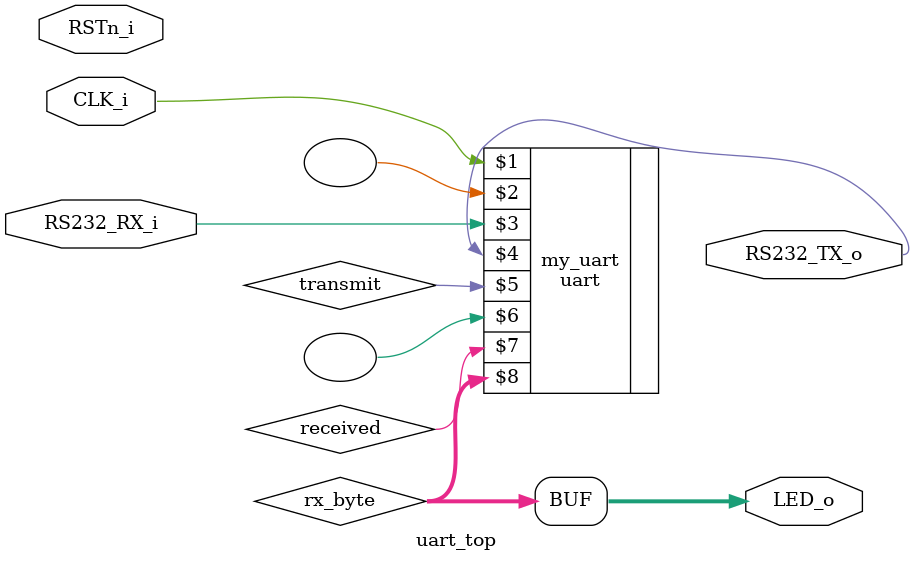
<source format=v>
`include "osdvu/uart.v"

module uart_top(
    input CLK_i,
    input RSTn_i,
    input RS232_RX_i,
    output RS232_TX_o,
    output [7:0] LED_o
);

reg transmit;
// reg [7:0] tx_byte;
wire [7:0] rx_byte;
wire received;
reg is_tansmitting;

uart #(.CLOCK_DIVIDE( 312 )) my_uart (
    CLK_i,          //  master clock for this component
    ,               // synchronous reset line (resets if high)
    RS232_RX_i,     // receive data on this line
    RS232_TX_o,     // transmit data on this line
    transmit,       // signal o indicate that the UART should start a transmission
   ,        // 8-bit bus with byte to be transmitted when transmit is raised high
    received,       // output flag raised high for one cycle of clk when a byte is received
    rx_byte,        // byte which has just been received when received is raise
    ,               // indicates that we are currently receiving data on the rx lin
   , 		// indicates that we are currently sending data on the tx line
    );

assign LED_o[7:0] = rx_byte[7:0];

endmodule // uart_top

</source>
